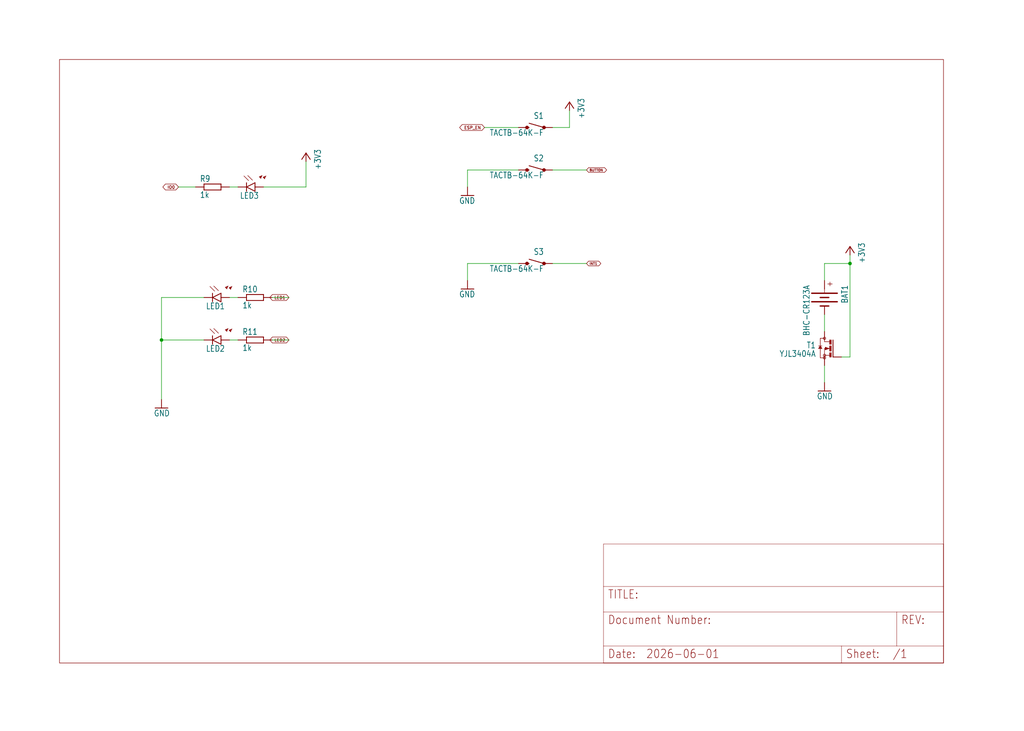
<source format=kicad_sch>
(kicad_sch (version 20250114) (generator "eeschema") (generator_version "9.0")
  (paper "User" 305.994 218.491)
  (lib_symbols
    (symbol "PCB-wPAWS-0.1-eagle-import:+3V3" (power)
      (symbol "+3V3_1_0"
        (polyline (pts (xy 0 0) (xy -1.27 -1.905)) (stroke (width 0.254)))
        (polyline (pts (xy 1.27 -1.905) (xy 0 0)) (stroke (width 0.254)))
        (pin power_in line (at 0 -2.54 90) (length 2.54) (name "+3V3") (number "1"))
      )
    )
    (symbol "PCB-wPAWS-0.1-eagle-import:BATTERYBHC-CR123A"
      (property "Reference" "BAT" (at -3.81 5.08 0))
      (symbol "BATTERYBHC-CR123A_1_0"
        (polyline (pts (xy -2.54 0) (xy -1.524 0)) (stroke (width 0.1524)))
        (polyline (pts (xy -1.27 3.81) (xy -1.27 -3.81)) (stroke (width 0.4064)))
        (polyline (pts (xy 0 1.27) (xy 0 -1.27)) (stroke (width 0.4064)))
        (polyline (pts (xy 1.27 3.81) (xy 1.27 -3.81)) (stroke (width 0.4064)))
        (polyline (pts (xy 2.54 1.27) (xy 2.54 -1.27)) (stroke (width 0.4064)))
        (text "+" (at -5.08 2.54 0) (effects (font (size 1.778 1.5113)) (justify left bottom)))
        (pin power_in line (at -5.08 0 0) (length 2.54) (name "+") (number "VCC"))
        (pin power_in line (at 5.08 0 180) (length 2.54) (name "-") (number "GND"))
      )
    )
    (symbol "PCB-wPAWS-0.1-eagle-import:DINA4_L"
      (symbol "DINA4_L_1_0"
        (polyline (pts (xy 0 180.34) (xy 264.16 180.34) (xy 264.16 0) (xy 0 0) (xy 0 180.34)))
      )
      (symbol "DINA4_L_2_0"
        (polyline (pts (xy 0 22.86) (xy 0 35.56)) (stroke (width 0.1016)))
        (polyline (pts (xy 0 22.86) (xy 101.6 22.86)) (stroke (width 0.1016)))
        (polyline (pts (xy 0 15.24) (xy 0 22.86)) (stroke (width 0.1016)))
        (polyline (pts (xy 0 5.08) (xy 0 15.24)) (stroke (width 0.1016)))
        (polyline (pts (xy 0 5.08) (xy 71.12 5.08)) (stroke (width 0.1016)))
        (polyline (pts (xy 0 0) (xy 0 5.08)) (stroke (width 0.1016)))
        (polyline (pts (xy 0 0) (xy 71.12 0)) (stroke (width 0.1016)))
        (polyline (pts (xy 71.12 5.08) (xy 71.12 0)) (stroke (width 0.1016)))
        (polyline (pts (xy 71.12 5.08) (xy 87.63 5.08)) (stroke (width 0.1016)))
        (polyline (pts (xy 71.12 0) (xy 101.6 0)) (stroke (width 0.1016)))
        (polyline (pts (xy 87.63 15.24) (xy 0 15.24)) (stroke (width 0.1016)))
        (polyline (pts (xy 87.63 15.24) (xy 87.63 5.08)) (stroke (width 0.1016)))
        (polyline (pts (xy 87.63 5.08) (xy 101.6 5.08)) (stroke (width 0.1016)))
        (polyline (pts (xy 101.6 35.56) (xy 0 35.56)) (stroke (width 0.1016)))
        (polyline (pts (xy 101.6 35.56) (xy 101.6 22.86)) (stroke (width 0.1016)))
        (polyline (pts (xy 101.6 22.86) (xy 101.6 15.24)) (stroke (width 0.1016)))
        (polyline (pts (xy 101.6 15.24) (xy 87.63 15.24)) (stroke (width 0.1016)))
        (polyline (pts (xy 101.6 15.24) (xy 101.6 5.08)) (stroke (width 0.1016)))
        (polyline (pts (xy 101.6 5.08) (xy 101.6 0)) (stroke (width 0.1016)))
        (text "TITLE:" (at 1.27 19.05 0) (effects (font (size 2.54 2.159)) (justify left bottom)))
        (text "Document Number:" (at 1.27 11.43 0) (effects (font (size 2.54 2.159)) (justify left bottom)))
        (text "Date:" (at 1.27 1.27 0) (effects (font (size 2.54 2.159)) (justify left bottom)))
        (text "${CURRENT_DATE}" (at 12.7 1.27 0) (effects (font (size 2.54 2.159)) (justify left bottom)))
        (text "${PROJECTNAME}" (at 17.78 19.05 0) (effects (font (size 2.54 2.159)) (justify left bottom)))
        (text "Sheet:" (at 72.39 1.27 0) (effects (font (size 2.54 2.159)) (justify left bottom)))
        (text "${#}/${##}" (at 86.36 1.27 0) (effects (font (size 2.54 2.159)) (justify left bottom)))
        (text "REV:" (at 88.9 11.43 0) (effects (font (size 2.54 2.159)) (justify left bottom)))
      )
    )
    (symbol "PCB-wPAWS-0.1-eagle-import:GND" (power)
      (symbol "GND_1_0"
        (polyline (pts (xy -1.905 0) (xy 1.905 0)) (stroke (width 0.254)))
        (pin power_in line (at 0 2.54 270) (length 2.54) (name "GND") (number "1"))
      )
    )
    (symbol "PCB-wPAWS-0.1-eagle-import:LEDCHIPLED_0603"
      (property "Reference" "LED" (at 3.556 -4.572 90))
      (symbol "LEDCHIPLED_0603_1_0"
        (polyline (pts (xy -3.429 2.159) (xy -3.048 1.27) (xy -2.54 1.778)) (stroke (width 0.1524)) (fill (type outline)))
        (polyline (pts (xy -3.302 3.302) (xy -2.921 2.413) (xy -2.413 2.921)) (stroke (width 0.1524)) (fill (type outline)))
        (polyline (pts (xy -2.032 -0.762) (xy -3.429 -2.159)) (stroke (width 0.1524)))
        (polyline (pts (xy -1.905 -1.905) (xy -3.302 -3.302)) (stroke (width 0.1524)))
        (polyline (pts (xy 0 0) (xy -1.27 0)) (stroke (width 0.254)))
        (polyline (pts (xy 0 -2.54) (xy -1.27 0)) (stroke (width 0.254)))
        (polyline (pts (xy 0 -2.54) (xy -1.27 -2.54)) (stroke (width 0.254)))
        (polyline (pts (xy 1.27 0) (xy 0 0)) (stroke (width 0.254)))
        (polyline (pts (xy 1.27 0) (xy 0 -2.54)) (stroke (width 0.254)))
        (polyline (pts (xy 1.27 -2.54) (xy 0 -2.54)) (stroke (width 0.254)))
        (pin passive line (at 0 2.54 270) (length 2.54) (name "A") (number "A"))
        (pin passive line (at 0 -5.08 90) (length 2.54) (name "C") (number "C"))
      )
    )
    (symbol "PCB-wPAWS-0.1-eagle-import:MOSFET-N-SOT23"
      (property "Reference" "T" (at 2.54 0 0))
      (symbol "MOSFET-N-SOT23_1_0"
        (polyline (pts (xy -2.54 2.54) (xy -2.54 -2.54)) (stroke (width 0.254)))
        (rectangle (start -2.032 1.27) (end -1.524 2.54) (fill (type outline)))
        (rectangle (start -2.032 -0.762) (end -1.524 0.762) (fill (type outline)))
        (rectangle (start -2.032 -2.54) (end -1.524 -1.27) (fill (type outline)))
        (polyline (pts (xy -1.524 2.032) (xy 0 2.032)) (stroke (width 0.1524)))
        (polyline (pts (xy -1.524 0) (xy -1.27 0)) (stroke (width 0.1524)))
        (polyline (pts (xy -1.524 -2.032) (xy 0 -2.032)) (stroke (width 0.1524)))
        (polyline (pts (xy -1.27 0) (xy -1.016 0)) (stroke (width 0.1524)))
        (polyline (pts (xy -1.27 0) (xy -0.254 0.381)) (stroke (width 0.1524)))
        (polyline (pts (xy -1.016 0) (xy -0.889 0)) (stroke (width 0.1524)))
        (polyline (pts (xy -1.016 0) (xy -0.381 -0.254)) (stroke (width 0.254)))
        (polyline (pts (xy -0.889 0) (xy 0 0)) (stroke (width 0.1524)))
        (polyline (pts (xy -0.381 0.254) (xy -0.889 0)) (stroke (width 0.254)))
        (polyline (pts (xy -0.381 -0.254) (xy -0.381 0.254)) (stroke (width 0.254)))
        (polyline (pts (xy -0.254 0.381) (xy -0.254 -0.381)) (stroke (width 0.1524)))
        (polyline (pts (xy -0.254 -0.381) (xy -1.27 0)) (stroke (width 0.1524)))
        (circle (center 0 3.048) (radius 0.3592))
        (polyline (pts (xy 0 3.048) (xy 1.27 3.048)) (stroke (width 0.1524)))
        (polyline (pts (xy 0 2.032) (xy 0 2.54)) (stroke (width 0.1524)))
        (polyline (pts (xy 0 0) (xy 0 -2.032)) (stroke (width 0.1524)))
        (polyline (pts (xy 0 -2.032) (xy 0 -2.794)) (stroke (width 0.1524)))
        (circle (center 0 -2.032) (radius 0.3592))
        (circle (center 0 -2.794) (radius 0.3592))
        (polyline (pts (xy 0.762 0) (xy 1.27 0.762)) (stroke (width 0.1524)))
        (polyline (pts (xy 1.016 0.127) (xy 1.524 0.127)) (stroke (width 0.254)))
        (polyline (pts (xy 1.27 3.048) (xy 1.27 0.762)) (stroke (width 0.1524)))
        (polyline (pts (xy 1.27 0.762) (xy 1.27 0.508)) (stroke (width 0.1524)))
        (polyline (pts (xy 1.27 0.762) (xy 1.778 0)) (stroke (width 0.1524)))
        (polyline (pts (xy 1.27 0.508) (xy 1.016 0.127)) (stroke (width 0.254)))
        (polyline (pts (xy 1.27 0.508) (xy 1.27 -2.794)) (stroke (width 0.1524)))
        (polyline (pts (xy 1.27 -2.794) (xy 0 -2.794)) (stroke (width 0.1524)))
        (polyline (pts (xy 1.524 0.127) (xy 1.27 0.508)) (stroke (width 0.254)))
        (polyline (pts (xy 1.778 0.762) (xy 0.762 0.762)) (stroke (width 0.1524)))
        (polyline (pts (xy 1.778 0) (xy 0.762 0)) (stroke (width 0.1524)))
        (pin passive line (at -5.08 -2.54 0) (length 2.54) (name "G") (number "1"))
        (pin passive line (at 0 5.08 270) (length 2.54) (name "D") (number "3"))
        (pin passive line (at 0 -5.08 90) (length 2.54) (name "S") (number "2"))
      )
    )
    (symbol "PCB-wPAWS-0.1-eagle-import:R0402"
      (property "Reference" "R" (at -3.81 1.4986 0))
      (symbol "R0402_1_0"
        (polyline (pts (xy -2.54 -0.889) (xy -2.54 0.889)) (stroke (width 0.254)))
        (polyline (pts (xy -2.54 -0.889) (xy 2.54 -0.889)) (stroke (width 0.254)))
        (polyline (pts (xy 2.54 0.889) (xy -2.54 0.889)) (stroke (width 0.254)))
        (polyline (pts (xy 2.54 -0.889) (xy 2.54 0.889)) (stroke (width 0.254)))
        (pin passive line (at -5.08 0 0) (length 2.54) (name "1") (number "1"))
        (pin passive line (at 5.08 0 180) (length 2.54) (name "2") (number "2"))
      )
    )
    (symbol "PCB-wPAWS-0.1-eagle-import:SWITCH-MOMENTARY-2SMD"
      (property "Reference" "S" (at -2.54 2.54 0))
      (symbol "SWITCH-MOMENTARY-2SMD_1_0"
        (circle (center -2.54 0) (radius 0.127) (stroke (width 0.4064)))
        (polyline (pts (xy -2.54 0) (xy 1.905 1.27)) (stroke (width 0.254)))
        (polyline (pts (xy 1.905 0) (xy 2.54 0)) (stroke (width 0.254)))
        (circle (center 2.54 0) (radius 0.127) (stroke (width 0.4064)))
        (pin passive line (at -5.08 0 0) (length 2.54) (name "1") (number "1"))
        (pin passive line (at 5.08 0 180) (length 2.54) (name "2") (number "3"))
      )
    )
  )
  (junction (at 48.26 101.6))
  (junction (at 254 78.74))
  (wire (pts (xy 71.12 55.88) (xy 68.58 55.88)) (stroke (width 0.1524)))
  (wire (pts (xy 165.1 50.8) (xy 175.26 50.8)) (stroke (width 0.1524)))
  (wire (pts (xy 60.96 88.9) (xy 48.26 88.9)) (stroke (width 0.1524)))
  (wire (pts (xy 81.28 101.6) (xy 86.36 101.6)) (stroke (width 0.1524)))
  (wire (pts (xy 154.94 78.74) (xy 139.7 78.74)) (stroke (width 0.1524)))
  (wire (pts (xy 68.58 88.9) (xy 71.12 88.9)) (stroke (width 0.1524)))
  (wire (pts (xy 170.18 38.1) (xy 170.18 33.02)) (stroke (width 0.1524)))
  (wire (pts (xy 251.46 106.68) (xy 254 106.68)) (stroke (width 0.1524)))
  (wire (pts (xy 254 106.68) (xy 254 78.74)) (stroke (width 0.1524)))
  (wire (pts (xy 165.1 78.74) (xy 175.26 78.74)) (stroke (width 0.1524)))
  (wire (pts (xy 246.38 83.82) (xy 246.38 78.74)) (stroke (width 0.1524)))
  (wire (pts (xy 139.7 78.74) (xy 139.7 83.82)) (stroke (width 0.1524)))
  (wire (pts (xy 246.38 109.22) (xy 246.38 114.3)) (stroke (width 0.1524)))
  (wire (pts (xy 81.28 88.9) (xy 86.36 88.9)) (stroke (width 0.1524)))
  (wire (pts (xy 68.58 101.6) (xy 71.12 101.6)) (stroke (width 0.1524)))
  (wire (pts (xy 254 78.74) (xy 246.38 78.74)) (stroke (width 0.1524)))
  (wire (pts (xy 48.26 101.6) (xy 60.96 101.6)) (stroke (width 0.1524)))
  (wire (pts (xy 165.1 38.1) (xy 170.18 38.1)) (stroke (width 0.1524)))
  (wire (pts (xy 58.42 55.88) (xy 53.34 55.88)) (stroke (width 0.1524)))
  (wire (pts (xy 91.44 55.88) (xy 78.74 55.88)) (stroke (width 0.1524)))
  (wire (pts (xy 254 76.2) (xy 254 78.74)) (stroke (width 0.1524)))
  (wire (pts (xy 139.7 50.8) (xy 139.7 55.88)) (stroke (width 0.1524)))
  (wire (pts (xy 48.26 101.6) (xy 48.26 119.38)) (stroke (width 0.1524)))
  (wire (pts (xy 154.94 38.1) (xy 144.78 38.1)) (stroke (width 0.1524)))
  (wire (pts (xy 154.94 50.8) (xy 139.7 50.8)) (stroke (width 0.1524)))
  (wire (pts (xy 246.38 93.98) (xy 246.38 99.06)) (stroke (width 0.1524)))
  (wire (pts (xy 91.44 48.26) (xy 91.44 55.88)) (stroke (width 0.1524)))
  (wire (pts (xy 48.26 101.6) (xy 48.26 88.9)) (stroke (width 0.1524)))
  (global_label "IO0" (shape bidirectional) (at 53.34 55.88 180) (effects (font (size 0.889 0.889))) (property "Intersheetrefs" "${INTERSHEET_REFS}" (effects (hide yes))))
  (global_label "LED2" (shape bidirectional) (at 86.36 101.6 180) (effects (font (size 0.889 0.889))) (property "Intersheetrefs" "${INTERSHEET_REFS}" (effects (hide yes))))
  (global_label "BUTTON" (shape bidirectional) (at 175.26 50.8 0) (effects (font (size 0.7112 0.7112))) (property "Intersheetrefs" "${INTERSHEET_REFS}" (effects (hide yes))))
  (global_label "LED1" (shape bidirectional) (at 86.36 88.9 180) (effects (font (size 0.889 0.889))) (property "Intersheetrefs" "${INTERSHEET_REFS}" (effects (hide yes))))
  (global_label "ESP_EN" (shape bidirectional) (at 144.78 38.1 180) (effects (font (size 0.889 0.889))) (property "Intersheetrefs" "${INTERSHEET_REFS}" (effects (hide yes))))
  (global_label "INT1" (shape bidirectional) (at 175.26 78.74 0) (effects (font (size 0.7112 0.7112))) (property "Intersheetrefs" "${INTERSHEET_REFS}" (effects (hide yes))))
  (symbol (lib_id "PCB-wPAWS-0.1-eagle-import:GND") (at 139.7 58.42 0) (unit 1)
    (property "Reference" "#GND7" (effects (hide yes)))
    (property "Value" "GND" (at 137.16 60.96 0) (effects (font (size 1.778 1.5113)) (justify left bottom)))
  )
  (symbol (lib_id "PCB-wPAWS-0.1-eagle-import:GND") (at 246.38 116.84 0) (mirror y) (unit 1)
    (property "Reference" "#GND6" (effects (hide yes)))
    (property "Value" "GND" (at 248.92 119.38 0) (effects (font (size 1.778 1.5113)) (justify left bottom)))
  )
  (symbol (lib_id "PCB-wPAWS-0.1-eagle-import:+3V3") (at 254 73.66 0) (mirror y) (unit 1)
    (property "Reference" "#+3V31" (effects (hide yes)))
    (property "Value" "+3V3" (at 256.54 78.74 90) (effects (font (size 1.778 1.5113)) (justify left bottom)))
  )
  (symbol (lib_id "PCB-wPAWS-0.1-eagle-import:LEDCHIPLED_0603") (at 66.04 101.6 270) (unit 1)
    (property "Reference" "LED2" (at 61.468 105.156 90) (effects (font (size 1.778 1.5113)) (justify left bottom)))
    (property "Value" "blue" (at 61.468 107.315 90) (effects (font (size 1.778 1.5113)) (justify left bottom)))
    (property "Footprint" "PCB-wPAWS-0.1:CHIPLED_0603" (effects (hide yes)))
    (property "Value" "blue" (effects (hide yes)))
    (property "Value" "blue" (effects (hide yes)))
    (property "Value" "blue" (effects (hide yes)))
  )
  (symbol (lib_id "PCB-wPAWS-0.1-eagle-import:+3V3") (at 170.18 30.48 0) (mirror y) (unit 1)
    (property "Reference" "#+3V6" (effects (hide yes)))
    (property "Value" "+3V3" (at 172.72 35.56 90) (effects (font (size 1.778 1.5113)) (justify left bottom)))
  )
  (symbol (lib_id "PCB-wPAWS-0.1-eagle-import:GND") (at 139.7 86.36 0) (unit 1)
    (property "Reference" "#GND16" (effects (hide yes)))
    (property "Value" "GND" (at 137.16 88.9 0) (effects (font (size 1.778 1.5113)) (justify left bottom)))
  )
  (symbol (lib_id "PCB-wPAWS-0.1-eagle-import:LEDCHIPLED_0603") (at 76.2 55.88 270) (unit 1)
    (property "Reference" "LED3" (at 71.628 59.436 90) (effects (font (size 1.778 1.5113)) (justify left bottom)))
    (property "Value" "blue" (at 71.628 61.595 90) (effects (font (size 1.778 1.5113)) (justify left bottom)))
    (property "Footprint" "PCB-wPAWS-0.1:CHIPLED_0603" (effects (hide yes)))
    (property "Value" "blue" (effects (hide yes)))
    (property "Value" "blue" (effects (hide yes)))
    (property "Value" "blue" (effects (hide yes)))
  )
  (symbol (lib_id "PCB-wPAWS-0.1-eagle-import:BATTERYBHC-CR123A") (at 246.38 88.9 270) (unit 1)
    (property "Reference" "BAT1" (at 251.46 85.09 0) (effects (font (size 1.778 1.5113)) (justify left bottom)))
    (property "Value" "BHC-CR123A" (at 240.03 85.09 0) (effects (font (size 1.778 1.5113)) (justify left bottom)))
    (property "Footprint" "PCB-wPAWS-0.1:BHC-CR123A" (effects (hide yes)))
    (property "PRICE_PLN" "1" (effects (hide yes)))
  )
  (symbol (lib_id "PCB-wPAWS-0.1-eagle-import:SWITCH-MOMENTARY-2SMD") (at 160.02 50.8 0) (mirror y) (unit 1)
    (property "Reference" "S2" (at 162.56 48.26 0) (effects (font (size 1.778 1.5113)) (justify left bottom)))
    (property "Value" "TACTB-64K-F" (at 162.56 53.34 0) (effects (font (size 1.778 1.5113)) (justify left bottom)))
    (property "Footprint" "PCB-wPAWS-0.1:TACTILE-SWITCH-SMD" (effects (hide yes)))
    (property "LABEL" "BTN" (effects (hide yes)))
    (property "OC_TME" "TACTB-64K-F" (effects (hide yes)))
  )
  (symbol (lib_id "PCB-wPAWS-0.1-eagle-import:GND") (at 48.26 121.92 0) (mirror y) (unit 1)
    (property "Reference" "#GND11" (effects (hide yes)))
    (property "Value" "GND" (at 50.8 124.46 0) (effects (font (size 1.778 1.5113)) (justify left bottom)))
  )
  (symbol (lib_id "PCB-wPAWS-0.1-eagle-import:MOSFET-N-SOT23") (at 246.38 104.14 0) (mirror y) (unit 1)
    (property "Reference" "T1" (at 243.84 104.14 0) (effects (font (size 1.778 1.5113)) (justify left bottom)))
    (property "Value" "YJL3404A" (at 243.84 106.68 0) (effects (font (size 1.778 1.5113)) (justify left bottom)))
    (property "Footprint" "PCB-wPAWS-0.1:SOT23-R_INFINEON" (effects (hide yes)))
    (property "OC_TME" "YJL3404A-YAN " (effects (hide yes)))
    (property "PRICE_PLN" "0,15" (effects (hide yes)))
  )
  (symbol (lib_id "PCB-wPAWS-0.1-eagle-import:SWITCH-MOMENTARY-2SMD") (at 160.02 38.1 0) (mirror y) (unit 1)
    (property "Reference" "S1" (at 162.56 35.56 0) (effects (font (size 1.778 1.5113)) (justify left bottom)))
    (property "Value" "TACTB-64K-F" (at 162.56 40.64 0) (effects (font (size 1.778 1.5113)) (justify left bottom)))
    (property "Footprint" "PCB-wPAWS-0.1:TACTILE-SWITCH-SMD" (effects (hide yes)))
    (property "LABEL" "EN" (effects (hide yes)))
    (property "OC_TME" "TACTB-64K-F" (effects (hide yes)))
  )
  (symbol (lib_id "PCB-wPAWS-0.1-eagle-import:DINA4_L") (at 17.78 198.12 0) (unit 1)
    (property "Reference" "#FRAME2" (effects (hide yes)))
    (property "Value" "DINA4_L" (effects (hide yes)))
  )
  (symbol (lib_id "PCB-wPAWS-0.1-eagle-import:+3V3") (at 91.44 45.72 0) (mirror y) (unit 1)
    (property "Reference" "#+3V1" (effects (hide yes)))
    (property "Value" "+3V3" (at 93.98 50.8 90) (effects (font (size 1.778 1.5113)) (justify left bottom)))
  )
  (symbol (lib_id "PCB-wPAWS-0.1-eagle-import:R0402") (at 76.2 101.6 0) (unit 1)
    (property "Reference" "R11" (at 72.39 100.1014 0) (effects (font (size 1.778 1.5113)) (justify left bottom)))
    (property "Value" "1k" (at 72.39 104.902 0) (effects (font (size 1.778 1.5113)) (justify left bottom)))
    (property "Footprint" "PCB-wPAWS-0.1:R0402" (effects (hide yes)))
  )
  (symbol (lib_id "PCB-wPAWS-0.1-eagle-import:LEDCHIPLED_0603") (at 66.04 88.9 270) (unit 1)
    (property "Reference" "LED1" (at 61.468 92.456 90) (effects (font (size 1.778 1.5113)) (justify left bottom)))
    (property "Value" "blue" (at 61.468 94.615 90) (effects (font (size 1.778 1.5113)) (justify left bottom)))
    (property "Footprint" "PCB-wPAWS-0.1:CHIPLED_0603" (effects (hide yes)))
    (property "Value" "blue" (effects (hide yes)))
    (property "Value" "blue" (effects (hide yes)))
    (property "Value" "blue" (effects (hide yes)))
  )
  (symbol (lib_id "PCB-wPAWS-0.1-eagle-import:R0402") (at 63.5 55.88 0) (unit 1)
    (property "Reference" "R9" (at 59.69 54.3814 0) (effects (font (size 1.778 1.5113)) (justify left bottom)))
    (property "Value" "1k" (at 59.69 59.182 0) (effects (font (size 1.778 1.5113)) (justify left bottom)))
    (property "Footprint" "PCB-wPAWS-0.1:R0402" (effects (hide yes)))
  )
  (symbol (lib_id "PCB-wPAWS-0.1-eagle-import:R0402") (at 76.2 88.9 0) (unit 1)
    (property "Reference" "R10" (at 72.39 87.4014 0) (effects (font (size 1.778 1.5113)) (justify left bottom)))
    (property "Value" "1k" (at 72.39 92.202 0) (effects (font (size 1.778 1.5113)) (justify left bottom)))
    (property "Footprint" "PCB-wPAWS-0.1:R0402" (effects (hide yes)))
  )
  (symbol (lib_id "PCB-wPAWS-0.1-eagle-import:SWITCH-MOMENTARY-2SMD") (at 160.02 78.74 0) (mirror y) (unit 1)
    (property "Reference" "S3" (at 162.56 76.2 0) (effects (font (size 1.778 1.5113)) (justify left bottom)))
    (property "Value" "TACTB-64K-F" (at 162.56 81.28 0) (effects (font (size 1.778 1.5113)) (justify left bottom)))
    (property "Footprint" "PCB-wPAWS-0.1:TACTILE-SWITCH-SMD" (effects (hide yes)))
    (property "LABEL" "INT1" (effects (hide yes)))
    (property "OC_TME" "TACTB-64K-F" (effects (hide yes)))
  )
  (symbol (lib_id "PCB-wPAWS-0.1-eagle-import:DINA4_L") (at 180.34 198.12 0) (unit 2)
    (property "Reference" "#FRAME2" (effects (hide yes)))
    (property "Value" "DINA4_L" (effects (hide yes)))
  )
)
</source>
